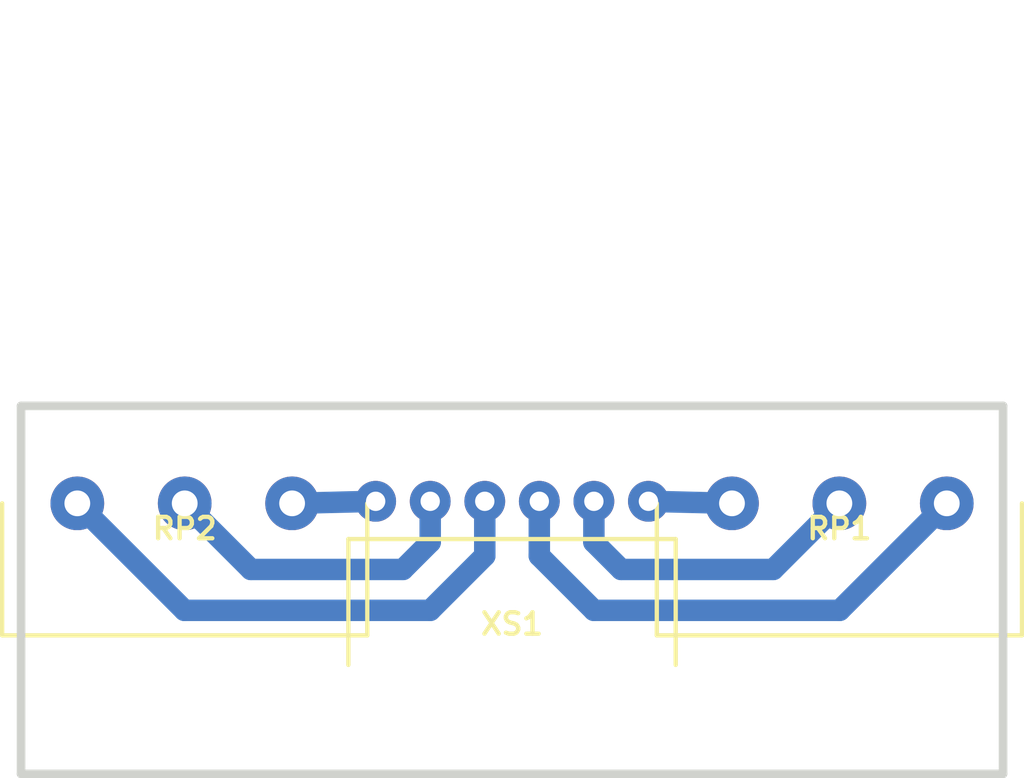
<source format=kicad_pcb>
(kicad_pcb (version 20171130) (host pcbnew 5.1.12-84ad8e8a86~92~ubuntu20.04.1)

  (general
    (thickness 1.6)
    (drawings 4)
    (tracks 18)
    (zones 0)
    (modules 3)
    (nets 7)
  )

  (page A4 portrait)
  (title_block
    (title ТКП-1.35.A-2)
    (date 2025-06-13)
    (rev 2A)
    (company "Great Depression Phaser Potentiometer Board [REV2A]")
    (comment 1 http://github.com/Adept666)
    (comment 2 "Igor Ivanov (Игорь Иванов)")
    (comment 3 -ТТКРЧПДЛ-)
    (comment 4 "This project is licensed under GNU General Public License v3.0 or later")
  )

  (layers
    (0 F.Cu jumper)
    (31 B.Cu signal)
    (38 B.Mask user)
    (39 F.Mask user)
    (44 Edge.Cuts user)
    (45 Margin user)
    (46 B.CrtYd user)
    (47 F.CrtYd user)
    (49 F.Fab user)
  )

  (setup
    (last_trace_width 1)
    (user_trace_width 0.6)
    (trace_clearance 0)
    (zone_clearance 0.6)
    (zone_45_only no)
    (trace_min 0.2)
    (via_size 1.5)
    (via_drill 0.5)
    (via_min_size 0.4)
    (via_min_drill 0.3)
    (uvia_size 0.3)
    (uvia_drill 0.1)
    (uvias_allowed no)
    (uvia_min_size 0.2)
    (uvia_min_drill 0.1)
    (edge_width 0.4)
    (segment_width 0.2)
    (pcb_text_width 0.3)
    (pcb_text_size 1.5 1.5)
    (mod_edge_width 0.15)
    (mod_text_size 1 1)
    (mod_text_width 0.15)
    (pad_size 1.6 1.8)
    (pad_drill 0)
    (pad_to_mask_clearance 0.1)
    (solder_mask_min_width 0.2)
    (aux_axis_origin 0 0)
    (visible_elements 7FFFFFFF)
    (pcbplotparams
      (layerselection 0x20000_7ffffffe)
      (usegerberextensions false)
      (usegerberattributes false)
      (usegerberadvancedattributes false)
      (creategerberjobfile false)
      (excludeedgelayer false)
      (linewidth 0.100000)
      (plotframeref true)
      (viasonmask false)
      (mode 1)
      (useauxorigin false)
      (hpglpennumber 1)
      (hpglpenspeed 20)
      (hpglpendiameter 15.000000)
      (psnegative false)
      (psa4output false)
      (plotreference false)
      (plotvalue true)
      (plotinvisibletext false)
      (padsonsilk true)
      (subtractmaskfromsilk false)
      (outputformat 4)
      (mirror false)
      (drillshape 0)
      (scaleselection 1)
      (outputdirectory ""))
  )

  (net 0 "")
  (net 1 "Net-(RP1-Pad3)")
  (net 2 "Net-(RP1-Pad1)")
  (net 3 "Net-(RP1-Pad2)")
  (net 4 "Net-(RP2-Pad3)")
  (net 5 "Net-(RP2-Pad1)")
  (net 6 "Net-(RP2-Pad2)")

  (net_class Default "This is the default net class."
    (clearance 0)
    (trace_width 1)
    (via_dia 1.5)
    (via_drill 0.5)
    (uvia_dia 0.3)
    (uvia_drill 0.1)
    (add_net "Net-(RP1-Pad1)")
    (add_net "Net-(RP1-Pad2)")
    (add_net "Net-(RP1-Pad3)")
    (add_net "Net-(RP2-Pad1)")
    (add_net "Net-(RP2-Pad2)")
    (add_net "Net-(RP2-Pad3)")
  )

  (module SBKCL-TH-SL:CON-PBS-06R-CIRCULAR (layer F.Cu) (tedit 63D83BB1) (tstamp 61D02E61)
    (at 105.41 144.78)
    (path /60033671)
    (fp_text reference XS1 (at 0 5.715) (layer F.SilkS)
      (effects (font (size 1 1) (thickness 0.2)))
    )
    (fp_text value PBS-06R (at 0 5.715) (layer F.Fab)
      (effects (font (size 1 1) (thickness 0.2)))
    )
    (fp_line (start 7.62 -0.45) (end 7.62 10.16) (layer F.CrtYd) (width 0.1))
    (fp_line (start -7.62 -0.45) (end -7.62 10.16) (layer F.CrtYd) (width 0.1))
    (fp_line (start -7.62 10.16) (end 7.62 10.16) (layer F.CrtYd) (width 0.1))
    (fp_line (start -7.62 -0.45) (end 7.62 -0.45) (layer F.CrtYd) (width 0.1))
    (fp_line (start 7.62 1.76) (end 7.62 7.62) (layer F.SilkS) (width 0.2))
    (fp_line (start -7.62 1.76) (end -7.62 7.62) (layer F.SilkS) (width 0.2))
    (fp_line (start -7.62 1.76) (end 7.62 1.76) (layer F.SilkS) (width 0.2))
    (fp_line (start -7.62 1.76) (end 7.62 1.76) (layer F.Fab) (width 0.2))
    (fp_line (start -7.62 10.16) (end 7.62 10.16) (layer F.Fab) (width 0.2))
    (fp_line (start -7.62 1.76) (end -7.62 10.16) (layer F.Fab) (width 0.2))
    (fp_line (start 7.62 1.76) (end 7.62 10.16) (layer F.Fab) (width 0.2))
    (pad 6 thru_hole circle (at 6.35 0) (size 1.9 1.9) (drill 0.9) (layers B.Cu B.Mask)
      (net 1 "Net-(RP1-Pad3)"))
    (pad 5 thru_hole circle (at 3.81 0) (size 1.9 1.9) (drill 0.9) (layers B.Cu B.Mask)
      (net 3 "Net-(RP1-Pad2)"))
    (pad 4 thru_hole circle (at 1.27 0) (size 1.9 1.9) (drill 0.9) (layers B.Cu B.Mask)
      (net 2 "Net-(RP1-Pad1)"))
    (pad 1 thru_hole circle (at -6.35 0) (size 1.9 1.9) (drill 0.9) (layers B.Cu B.Mask)
      (net 5 "Net-(RP2-Pad1)"))
    (pad 2 thru_hole circle (at -3.81 0) (size 1.9 1.9) (drill 0.9) (layers B.Cu B.Mask)
      (net 6 "Net-(RP2-Pad2)"))
    (pad 3 thru_hole circle (at -1.27 0) (size 1.9 1.9) (drill 0.9) (layers B.Cu B.Mask)
      (net 4 "Net-(RP2-Pad3)"))
  )

  (module SBKCL-TH-SL:RP-PDB181-K-20-P-CIRCULAR (layer F.Cu) (tedit 61D0A493) (tstamp 63D83CFF)
    (at 90.17 144.875 180)
    (path /5FE7A122)
    (fp_text reference RP2 (at 0 -1.175 180) (layer F.SilkS)
      (effects (font (size 1 1) (thickness 0.2)))
    )
    (fp_text value "RP2: B50K" (at 0 -1.175 180) (layer F.Fab)
      (effects (font (size 1 1) (thickness 0.2)))
    )
    (fp_line (start -7.3 3.35) (end -7.3 5.35) (layer F.Fab) (width 0.2))
    (fp_line (start -8.5 3.35) (end -8.5 5.35) (layer F.Fab) (width 0.2))
    (fp_line (start -8.5 5.35) (end -7.366 5.35) (layer F.Fab) (width 0.2))
    (fp_line (start 8.5 -6.15) (end 8.5 23.35) (layer F.CrtYd) (width 0.1))
    (fp_line (start -8.5 -6.15) (end -8.5 23.35) (layer F.CrtYd) (width 0.1))
    (fp_line (start -8.5 23.35) (end 8.5 23.35) (layer F.CrtYd) (width 0.1))
    (fp_line (start -8.5 -6.15) (end 8.5 -6.15) (layer F.CrtYd) (width 0.1))
    (fp_line (start 8.5 -6.15) (end 8.5 0) (layer F.SilkS) (width 0.2))
    (fp_line (start -8.5 -6.15) (end -8.5 0) (layer F.SilkS) (width 0.2))
    (fp_line (start -8.5 -6.15) (end 8.5 -6.15) (layer F.SilkS) (width 0.2))
    (fp_line (start -3.5 9.85) (end 3.5 9.85) (layer F.Fab) (width 0.2))
    (fp_line (start 3 9.85) (end 3 23.35) (layer F.Fab) (width 0.2))
    (fp_line (start -3 9.85) (end -3 23.35) (layer F.Fab) (width 0.2))
    (fp_line (start 3.5 3.35) (end 3.5 9.85) (layer F.Fab) (width 0.2))
    (fp_line (start -3.5 3.35) (end -3.5 9.85) (layer F.Fab) (width 0.2))
    (fp_line (start 8.5 -6.15) (end 8.5 3.35) (layer F.Fab) (width 0.2))
    (fp_line (start -8.5 -6.15) (end -8.5 3.35) (layer F.Fab) (width 0.2))
    (fp_line (start -3 23.35) (end 3 23.35) (layer F.Fab) (width 0.2))
    (fp_line (start -8.5 3.35) (end 8.5 3.35) (layer F.Fab) (width 0.2))
    (fp_line (start -8.5 -6.15) (end 8.5 -6.15) (layer F.Fab) (width 0.2))
    (pad 3 thru_hole circle (at 5 0 180) (size 2.5 2.5) (drill 1.2) (layers B.Cu B.Mask)
      (net 4 "Net-(RP2-Pad3)"))
    (pad 1 thru_hole circle (at -5 0 180) (size 2.5 2.5) (drill 1.2) (layers B.Cu B.Mask)
      (net 5 "Net-(RP2-Pad1)"))
    (pad 2 thru_hole circle (at 0 0 180) (size 2.5 2.5) (drill 1.2) (layers B.Cu B.Mask)
      (net 6 "Net-(RP2-Pad2)"))
  )

  (module SBKCL-TH-SL:RP-PDB181-K-20-P-CIRCULAR (layer F.Cu) (tedit 61D0A493) (tstamp 63D8407A)
    (at 120.65 144.875 180)
    (path /60859B26)
    (fp_text reference RP1 (at 0 -1.175 180) (layer F.SilkS)
      (effects (font (size 1 1) (thickness 0.2)))
    )
    (fp_text value "RP1: B50K" (at 0 -1.175 180) (layer F.Fab)
      (effects (font (size 1 1) (thickness 0.2)))
    )
    (fp_line (start -7.3 3.35) (end -7.3 5.35) (layer F.Fab) (width 0.2))
    (fp_line (start -8.5 3.35) (end -8.5 5.35) (layer F.Fab) (width 0.2))
    (fp_line (start -8.5 5.35) (end -7.366 5.35) (layer F.Fab) (width 0.2))
    (fp_line (start 8.5 -6.15) (end 8.5 23.35) (layer F.CrtYd) (width 0.1))
    (fp_line (start -8.5 -6.15) (end -8.5 23.35) (layer F.CrtYd) (width 0.1))
    (fp_line (start -8.5 23.35) (end 8.5 23.35) (layer F.CrtYd) (width 0.1))
    (fp_line (start -8.5 -6.15) (end 8.5 -6.15) (layer F.CrtYd) (width 0.1))
    (fp_line (start 8.5 -6.15) (end 8.5 0) (layer F.SilkS) (width 0.2))
    (fp_line (start -8.5 -6.15) (end -8.5 0) (layer F.SilkS) (width 0.2))
    (fp_line (start -8.5 -6.15) (end 8.5 -6.15) (layer F.SilkS) (width 0.2))
    (fp_line (start -3.5 9.85) (end 3.5 9.85) (layer F.Fab) (width 0.2))
    (fp_line (start 3 9.85) (end 3 23.35) (layer F.Fab) (width 0.2))
    (fp_line (start -3 9.85) (end -3 23.35) (layer F.Fab) (width 0.2))
    (fp_line (start 3.5 3.35) (end 3.5 9.85) (layer F.Fab) (width 0.2))
    (fp_line (start -3.5 3.35) (end -3.5 9.85) (layer F.Fab) (width 0.2))
    (fp_line (start 8.5 -6.15) (end 8.5 3.35) (layer F.Fab) (width 0.2))
    (fp_line (start -8.5 -6.15) (end -8.5 3.35) (layer F.Fab) (width 0.2))
    (fp_line (start -3 23.35) (end 3 23.35) (layer F.Fab) (width 0.2))
    (fp_line (start -8.5 3.35) (end 8.5 3.35) (layer F.Fab) (width 0.2))
    (fp_line (start -8.5 -6.15) (end 8.5 -6.15) (layer F.Fab) (width 0.2))
    (pad 3 thru_hole circle (at 5 0 180) (size 2.5 2.5) (drill 1.2) (layers B.Cu B.Mask)
      (net 1 "Net-(RP1-Pad3)"))
    (pad 1 thru_hole circle (at -5 0 180) (size 2.5 2.5) (drill 1.2) (layers B.Cu B.Mask)
      (net 2 "Net-(RP1-Pad1)"))
    (pad 2 thru_hole circle (at 0 0 180) (size 2.5 2.5) (drill 1.2) (layers B.Cu B.Mask)
      (net 3 "Net-(RP1-Pad2)"))
  )

  (gr_line (start 128.27 140.335) (end 128.27 157.48) (layer Edge.Cuts) (width 0.4) (tstamp 5FE6F872))
  (gr_line (start 82.55 140.335) (end 82.55 157.48) (layer Edge.Cuts) (width 0.4) (tstamp 5FE6F872))
  (gr_line (start 82.55 157.48) (end 128.27 157.48) (layer Edge.Cuts) (width 0.4) (tstamp 5FE6FAB1))
  (gr_line (start 82.55 140.335) (end 128.27 140.335) (layer Edge.Cuts) (width 0.4) (tstamp 5FE6F86E))

  (segment (start 111.76 144.78) (end 115.65 144.875) (width 1) (layer B.Cu) (net 1))
  (segment (start 106.68 147.32) (end 106.68 144.78) (width 1) (layer B.Cu) (net 2))
  (segment (start 109.22 149.86) (end 106.68 147.32) (width 1) (layer B.Cu) (net 2))
  (segment (start 120.665 149.86) (end 109.22 149.86) (width 1) (layer B.Cu) (net 2))
  (segment (start 125.65 144.875) (end 120.665 149.86) (width 1) (layer B.Cu) (net 2))
  (segment (start 109.22 146.685) (end 109.22 144.78) (width 1) (layer B.Cu) (net 3))
  (segment (start 110.49 147.955) (end 109.22 146.685) (width 1) (layer B.Cu) (net 3))
  (segment (start 117.57 147.955) (end 110.49 147.955) (width 1) (layer B.Cu) (net 3))
  (segment (start 120.65 144.875) (end 117.57 147.955) (width 1) (layer B.Cu) (net 3))
  (segment (start 104.14 147.32) (end 104.14 144.78) (width 1) (layer B.Cu) (net 4))
  (segment (start 101.6 149.86) (end 104.14 147.32) (width 1) (layer B.Cu) (net 4))
  (segment (start 90.155 149.86) (end 101.6 149.86) (width 1) (layer B.Cu) (net 4))
  (segment (start 85.17 144.875) (end 90.155 149.86) (width 1) (layer B.Cu) (net 4))
  (segment (start 95.17 144.875) (end 99.06 144.78) (width 1) (layer B.Cu) (net 5))
  (segment (start 101.6 146.685) (end 101.6 144.78) (width 1) (layer B.Cu) (net 6))
  (segment (start 100.33 147.955) (end 101.6 146.685) (width 1) (layer B.Cu) (net 6))
  (segment (start 93.25 147.955) (end 100.33 147.955) (width 1) (layer B.Cu) (net 6))
  (segment (start 90.17 144.875) (end 93.25 147.955) (width 1) (layer B.Cu) (net 6))

)

</source>
